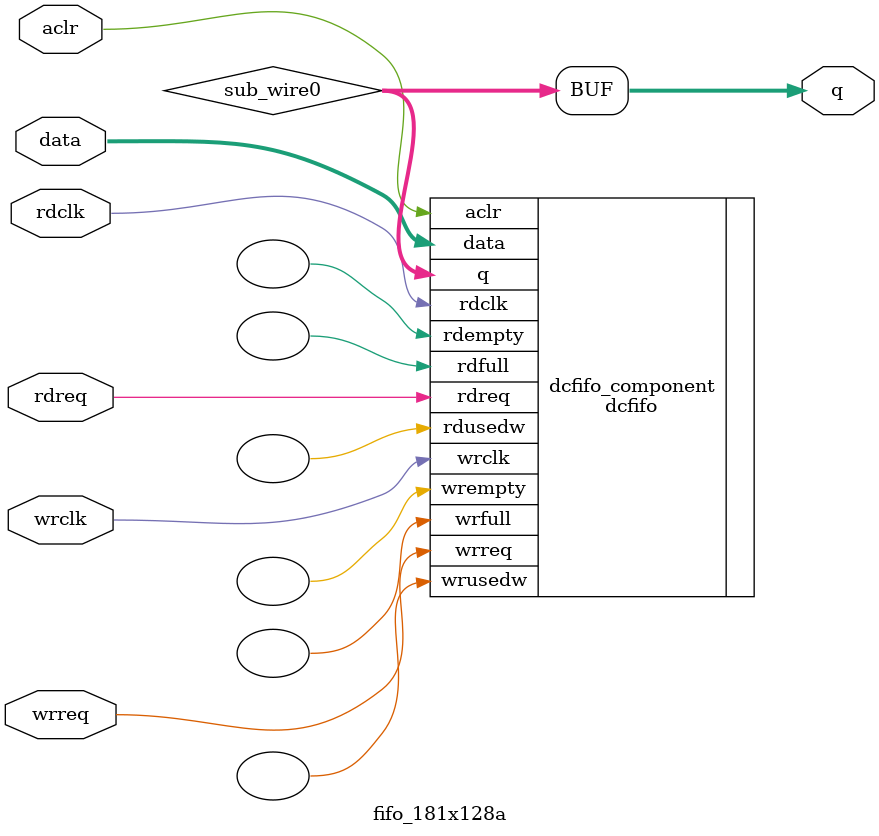
<source format=v>
module fifo_181x128a (
	aclr,
	data,
	rdclk,
	rdreq,
	wrclk,
	wrreq,
	q);
	input	  aclr;
	input	[191:0]  data;
	input	  rdclk;
	input	  rdreq;
	input	  wrclk;
	input	  wrreq;
	output	[191:0]  q;
`ifndef ALTERA_RESERVED_QIS
// synopsys translate_off
`endif
	tri0	  aclr;
`ifndef ALTERA_RESERVED_QIS
// synopsys translate_on
`endif
	wire [191:0] sub_wire0;
	wire [191:0] q = sub_wire0[191:0];
	dcfifo	dcfifo_component (
				.aclr (aclr),
				.data (data),
				.rdclk (rdclk),
				.rdreq (rdreq),
				.wrclk (wrclk),
				.wrreq (wrreq),
				.q (sub_wire0),
				.rdempty (),
				.rdfull (),
				.rdusedw (),
				.wrempty (),
				.wrfull (),
				.wrusedw ());
	defparam
		dcfifo_component.intended_device_family = "Arria II GX",
		dcfifo_component.lpm_numwords = 128,
		dcfifo_component.lpm_showahead = "ON",
		dcfifo_component.lpm_type = "dcfifo",
		dcfifo_component.lpm_width = 192,
		dcfifo_component.lpm_widthu = 7,
		dcfifo_component.overflow_checking = "ON",
		dcfifo_component.rdsync_delaypipe = 4,
		dcfifo_component.underflow_checking = "ON",
		dcfifo_component.use_eab = "ON",
		dcfifo_component.write_aclr_synch = "OFF",
		dcfifo_component.wrsync_delaypipe = 4;
endmodule
</source>
